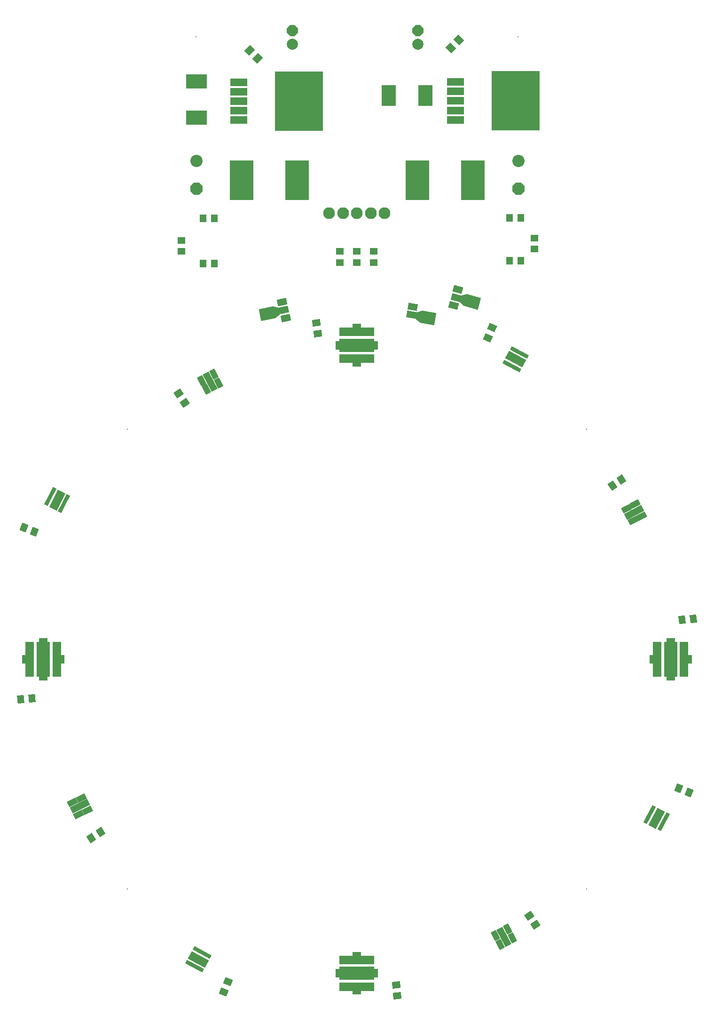
<source format=gts>
G04*
G04 #@! TF.GenerationSoftware,Altium Limited,Altium Designer,19.1.5 (86)*
G04*
G04 Layer_Color=8388736*
%FSLAX44Y44*%
%MOMM*%
G71*
G01*
G75*
G04:AMPARAMS|DCode=18|XSize=1.2032mm|YSize=2.0032mm|CornerRadius=0mm|HoleSize=0mm|Usage=FLASHONLY|Rotation=80.000|XOffset=0mm|YOffset=0mm|HoleType=Round|Shape=Rectangle|*
%AMROTATEDRECTD18*
4,1,4,0.8819,-0.7664,-1.0909,-0.4185,-0.8819,0.7664,1.0909,0.4185,0.8819,-0.7664,0.0*
%
%ADD18ROTATEDRECTD18*%

G04:AMPARAMS|DCode=19|XSize=1.0532mm|YSize=1.7232mm|CornerRadius=0mm|HoleSize=0mm|Usage=FLASHONLY|Rotation=298.000|XOffset=0mm|YOffset=0mm|HoleType=Round|Shape=Rectangle|*
%AMROTATEDRECTD19*
4,1,4,-1.0080,0.0605,0.5135,0.8695,1.0080,-0.0605,-0.5135,-0.8695,-1.0080,0.0605,0.0*
%
%ADD19ROTATEDRECTD19*%

G04:AMPARAMS|DCode=20|XSize=1.2032mm|YSize=3.4832mm|CornerRadius=0mm|HoleSize=0mm|Usage=FLASHONLY|Rotation=298.000|XOffset=0mm|YOffset=0mm|HoleType=Round|Shape=Rectangle|*
%AMROTATEDRECTD20*
4,1,4,-1.8202,-0.2864,1.2553,1.3488,1.8202,0.2864,-1.2553,-1.3488,-1.8202,-0.2864,0.0*
%
%ADD20ROTATEDRECTD20*%

G04:AMPARAMS|DCode=21|XSize=1.0532mm|YSize=1.7232mm|CornerRadius=0mm|HoleSize=0mm|Usage=FLASHONLY|Rotation=208.000|XOffset=0mm|YOffset=0mm|HoleType=Round|Shape=Rectangle|*
%AMROTATEDRECTD21*
4,1,4,0.0605,1.0080,0.8695,-0.5135,-0.0605,-1.0080,-0.8695,0.5135,0.0605,1.0080,0.0*
%
%ADD21ROTATEDRECTD21*%

G04:AMPARAMS|DCode=22|XSize=1.2032mm|YSize=3.4832mm|CornerRadius=0mm|HoleSize=0mm|Usage=FLASHONLY|Rotation=208.000|XOffset=0mm|YOffset=0mm|HoleType=Round|Shape=Rectangle|*
%AMROTATEDRECTD22*
4,1,4,-0.2864,1.8202,1.3488,-1.2553,0.2864,-1.8202,-1.3488,1.2553,-0.2864,1.8202,0.0*
%
%ADD22ROTATEDRECTD22*%

G04:AMPARAMS|DCode=23|XSize=1.0532mm|YSize=1.7232mm|CornerRadius=0mm|HoleSize=0mm|Usage=FLASHONLY|Rotation=116.500|XOffset=0mm|YOffset=0mm|HoleType=Round|Shape=Rectangle|*
%AMROTATEDRECTD23*
4,1,4,1.0060,-0.0868,-0.5361,-0.8557,-1.0060,0.0868,0.5361,0.8557,1.0060,-0.0868,0.0*
%
%ADD23ROTATEDRECTD23*%

G04:AMPARAMS|DCode=24|XSize=1.2032mm|YSize=3.4832mm|CornerRadius=0mm|HoleSize=0mm|Usage=FLASHONLY|Rotation=116.500|XOffset=0mm|YOffset=0mm|HoleType=Round|Shape=Rectangle|*
%AMROTATEDRECTD24*
4,1,4,1.8271,0.2387,-1.2902,-1.3155,-1.8271,-0.2387,1.2902,1.3155,1.8271,0.2387,0.0*
%
%ADD24ROTATEDRECTD24*%

%ADD25C,1.2032*%
G04:AMPARAMS|DCode=26|XSize=0.7032mm|YSize=3.5032mm|CornerRadius=0mm|HoleSize=0mm|Usage=FLASHONLY|Rotation=242.000|XOffset=0mm|YOffset=0mm|HoleType=Round|Shape=Rectangle|*
%AMROTATEDRECTD26*
4,1,4,-1.3815,1.1328,1.7116,-0.5119,1.3815,-1.1328,-1.7116,0.5119,-1.3815,1.1328,0.0*
%
%ADD26ROTATEDRECTD26*%

G04:AMPARAMS|DCode=27|XSize=0.7032mm|YSize=3.5032mm|CornerRadius=0mm|HoleSize=0mm|Usage=FLASHONLY|Rotation=152.000|XOffset=0mm|YOffset=0mm|HoleType=Round|Shape=Rectangle|*
%AMROTATEDRECTD27*
4,1,4,1.1328,1.3815,-0.5119,-1.7116,-1.1328,-1.3815,0.5119,1.7116,1.1328,1.3815,0.0*
%
%ADD27ROTATEDRECTD27*%

G04:AMPARAMS|DCode=28|XSize=0.7032mm|YSize=3.5032mm|CornerRadius=0mm|HoleSize=0mm|Usage=FLASHONLY|Rotation=241.500|XOffset=0mm|YOffset=0mm|HoleType=Round|Shape=Rectangle|*
%AMROTATEDRECTD28*
4,1,4,-1.3716,1.1448,1.7071,-0.5268,1.3716,-1.1448,-1.7071,0.5268,-1.3716,1.1448,0.0*
%
%ADD28ROTATEDRECTD28*%

G04:AMPARAMS|DCode=29|XSize=0.7032mm|YSize=3.5032mm|CornerRadius=0mm|HoleSize=0mm|Usage=FLASHONLY|Rotation=333.000|XOffset=0mm|YOffset=0mm|HoleType=Round|Shape=Rectangle|*
%AMROTATEDRECTD29*
4,1,4,-1.1085,-1.4011,0.4819,1.7203,1.1085,1.4011,-0.4819,-1.7203,-1.1085,-1.4011,0.0*
%
%ADD29ROTATEDRECTD29*%

%ADD30R,4.2032X7.2032*%
%ADD31R,8.7032X10.7032*%
%ADD32R,3.0532X1.4032*%
G04:AMPARAMS|DCode=33|XSize=1.2032mm|YSize=1.7032mm|CornerRadius=0mm|HoleSize=0mm|Usage=FLASHONLY|Rotation=75.000|XOffset=0mm|YOffset=0mm|HoleType=Round|Shape=Rectangle|*
%AMROTATEDRECTD33*
4,1,4,0.6669,-0.8015,-0.9783,-0.3607,-0.6669,0.8015,0.9783,0.3607,0.6669,-0.8015,0.0*
%
%ADD33ROTATEDRECTD33*%

G04:AMPARAMS|DCode=34|XSize=1.2032mm|YSize=2.0032mm|CornerRadius=0mm|HoleSize=0mm|Usage=FLASHONLY|Rotation=75.000|XOffset=0mm|YOffset=0mm|HoleType=Round|Shape=Rectangle|*
%AMROTATEDRECTD34*
4,1,4,0.8118,-0.8403,-1.1232,-0.3219,-0.8118,0.8403,1.1232,0.3219,0.8118,-0.8403,0.0*
%
%ADD34ROTATEDRECTD34*%

G04:AMPARAMS|DCode=35|XSize=1.2032mm|YSize=1.7032mm|CornerRadius=0mm|HoleSize=0mm|Usage=FLASHONLY|Rotation=282.000|XOffset=0mm|YOffset=0mm|HoleType=Round|Shape=Rectangle|*
%AMROTATEDRECTD35*
4,1,4,-0.9581,0.4114,0.7079,0.7655,0.9581,-0.4114,-0.7079,-0.7655,-0.9581,0.4114,0.0*
%
%ADD35ROTATEDRECTD35*%

G04:AMPARAMS|DCode=36|XSize=1.2032mm|YSize=2.0032mm|CornerRadius=0mm|HoleSize=0mm|Usage=FLASHONLY|Rotation=282.000|XOffset=0mm|YOffset=0mm|HoleType=Round|Shape=Rectangle|*
%AMROTATEDRECTD36*
4,1,4,-1.1048,0.3802,0.8546,0.7967,1.1048,-0.3802,-0.8546,-0.7967,-1.1048,0.3802,0.0*
%
%ADD36ROTATEDRECTD36*%

G04:AMPARAMS|DCode=37|XSize=1.2032mm|YSize=1.7032mm|CornerRadius=0mm|HoleSize=0mm|Usage=FLASHONLY|Rotation=80.000|XOffset=0mm|YOffset=0mm|HoleType=Round|Shape=Rectangle|*
%AMROTATEDRECTD37*
4,1,4,0.7342,-0.7403,-0.9431,-0.4446,-0.7342,0.7403,0.9431,0.4446,0.7342,-0.7403,0.0*
%
%ADD37ROTATEDRECTD37*%

G04:AMPARAMS|DCode=38|XSize=1.4532mm|YSize=1.2032mm|CornerRadius=0mm|HoleSize=0mm|Usage=FLASHONLY|Rotation=303.000|XOffset=0mm|YOffset=0mm|HoleType=Round|Shape=Rectangle|*
%AMROTATEDRECTD38*
4,1,4,-0.9003,0.2817,0.1088,0.9370,0.9003,-0.2817,-0.1088,-0.9370,-0.9003,0.2817,0.0*
%
%ADD38ROTATEDRECTD38*%

G04:AMPARAMS|DCode=39|XSize=1.4532mm|YSize=1.2032mm|CornerRadius=0mm|HoleSize=0mm|Usage=FLASHONLY|Rotation=338.000|XOffset=0mm|YOffset=0mm|HoleType=Round|Shape=Rectangle|*
%AMROTATEDRECTD39*
4,1,4,-0.8991,-0.2856,-0.4483,0.8300,0.8991,0.2856,0.4483,-0.8300,-0.8991,-0.2856,0.0*
%
%ADD39ROTATEDRECTD39*%

G04:AMPARAMS|DCode=40|XSize=1.4532mm|YSize=1.2032mm|CornerRadius=0mm|HoleSize=0mm|Usage=FLASHONLY|Rotation=186.000|XOffset=0mm|YOffset=0mm|HoleType=Round|Shape=Rectangle|*
%AMROTATEDRECTD40*
4,1,4,0.6597,0.6743,0.7855,-0.5224,-0.6597,-0.6743,-0.7855,0.5224,0.6597,0.6743,0.0*
%
%ADD40ROTATEDRECTD40*%

G04:AMPARAMS|DCode=41|XSize=1.4532mm|YSize=1.2032mm|CornerRadius=0mm|HoleSize=0mm|Usage=FLASHONLY|Rotation=34.000|XOffset=0mm|YOffset=0mm|HoleType=Round|Shape=Rectangle|*
%AMROTATEDRECTD41*
4,1,4,-0.2660,-0.9051,-0.9388,0.0924,0.2660,0.9051,0.9388,-0.0924,-0.2660,-0.9051,0.0*
%
%ADD41ROTATEDRECTD41*%

G04:AMPARAMS|DCode=42|XSize=1.4532mm|YSize=1.2032mm|CornerRadius=0mm|HoleSize=0mm|Usage=FLASHONLY|Rotation=68.000|XOffset=0mm|YOffset=0mm|HoleType=Round|Shape=Rectangle|*
%AMROTATEDRECTD42*
4,1,4,0.2856,-0.8991,-0.8300,-0.4483,-0.2856,0.8991,0.8300,0.4483,0.2856,-0.8991,0.0*
%
%ADD42ROTATEDRECTD42*%

G04:AMPARAMS|DCode=43|XSize=1.4532mm|YSize=1.2032mm|CornerRadius=0mm|HoleSize=0mm|Usage=FLASHONLY|Rotation=277.000|XOffset=0mm|YOffset=0mm|HoleType=Round|Shape=Rectangle|*
%AMROTATEDRECTD43*
4,1,4,-0.6857,0.6479,0.5086,0.7945,0.6857,-0.6479,-0.5086,-0.7945,-0.6857,0.6479,0.0*
%
%ADD43ROTATEDRECTD43*%

G04:AMPARAMS|DCode=44|XSize=1.4532mm|YSize=1.2032mm|CornerRadius=0mm|HoleSize=0mm|Usage=FLASHONLY|Rotation=124.500|XOffset=0mm|YOffset=0mm|HoleType=Round|Shape=Rectangle|*
%AMROTATEDRECTD44*
4,1,4,0.9073,-0.2581,-0.0842,-0.9396,-0.9073,0.2581,0.0842,0.9396,0.9073,-0.2581,0.0*
%
%ADD44ROTATEDRECTD44*%

G04:AMPARAMS|DCode=45|XSize=1.4532mm|YSize=1.2032mm|CornerRadius=0mm|HoleSize=0mm|Usage=FLASHONLY|Rotation=7.500|XOffset=0mm|YOffset=0mm|HoleType=Round|Shape=Rectangle|*
%AMROTATEDRECTD45*
4,1,4,-0.6419,-0.6913,-0.7989,0.5016,0.6419,0.6913,0.7989,-0.5016,-0.6419,-0.6913,0.0*
%
%ADD45ROTATEDRECTD45*%

G04:AMPARAMS|DCode=46|XSize=1.4532mm|YSize=1.2032mm|CornerRadius=0mm|HoleSize=0mm|Usage=FLASHONLY|Rotation=95.000|XOffset=0mm|YOffset=0mm|HoleType=Round|Shape=Rectangle|*
%AMROTATEDRECTD46*
4,1,4,0.6626,-0.6714,-0.5360,-0.7763,-0.6626,0.6714,0.5360,0.7763,0.6626,-0.6714,0.0*
%
%ADD46ROTATEDRECTD46*%

G04:AMPARAMS|DCode=47|XSize=1.4532mm|YSize=1.2032mm|CornerRadius=0mm|HoleSize=0mm|Usage=FLASHONLY|Rotation=156.000|XOffset=0mm|YOffset=0mm|HoleType=Round|Shape=Rectangle|*
%AMROTATEDRECTD47*
4,1,4,0.9085,0.2541,0.4191,-0.8451,-0.9085,-0.2541,-0.4191,0.8451,0.9085,0.2541,0.0*
%
%ADD47ROTATEDRECTD47*%

G04:AMPARAMS|DCode=48|XSize=1.4532mm|YSize=1.2032mm|CornerRadius=0mm|HoleSize=0mm|Usage=FLASHONLY|Rotation=225.000|XOffset=0mm|YOffset=0mm|HoleType=Round|Shape=Rectangle|*
%AMROTATEDRECTD48*
4,1,4,0.0884,0.9392,0.9392,0.0884,-0.0884,-0.9392,-0.9392,-0.0884,0.0884,0.9392,0.0*
%
%ADD48ROTATEDRECTD48*%

%ADD49R,1.4532X1.2032*%
%ADD50R,3.7032X2.6032*%
%ADD51R,1.2032X1.4532*%
%ADD52R,2.6032X3.7032*%
G04:AMPARAMS|DCode=53|XSize=1.4532mm|YSize=1.2032mm|CornerRadius=0mm|HoleSize=0mm|Usage=FLASHONLY|Rotation=315.000|XOffset=0mm|YOffset=0mm|HoleType=Round|Shape=Rectangle|*
%AMROTATEDRECTD53*
4,1,4,-0.9392,0.0884,-0.0884,0.9392,0.9392,-0.0884,0.0884,-0.9392,-0.9392,0.0884,0.0*
%
%ADD53ROTATEDRECTD53*%

%ADD54R,6.3832X1.5432*%
%ADD55R,1.6032X0.9982*%
%ADD56R,1.6032X1.1982*%
%ADD57R,0.8732X1.6032*%
%ADD58R,6.3832X2.4032*%
%ADD59R,1.5432X6.3832*%
%ADD60R,0.9982X1.6032*%
%ADD61R,1.1982X1.6032*%
%ADD62R,1.6032X0.8732*%
%ADD63R,2.4032X6.3832*%
G04:AMPARAMS|DCode=64|XSize=1.5032mm|YSize=3.5032mm|CornerRadius=0mm|HoleSize=0mm|Usage=FLASHONLY|Rotation=242.000|XOffset=0mm|YOffset=0mm|HoleType=Round|Shape=Rectangle|*
%AMROTATEDRECTD64*
4,1,4,-1.1937,1.4860,1.8994,-0.1587,1.1937,-1.4860,-1.8994,0.1587,-1.1937,1.4860,0.0*
%
%ADD64ROTATEDRECTD64*%

G04:AMPARAMS|DCode=65|XSize=1.5032mm|YSize=3.5032mm|CornerRadius=0mm|HoleSize=0mm|Usage=FLASHONLY|Rotation=152.000|XOffset=0mm|YOffset=0mm|HoleType=Round|Shape=Rectangle|*
%AMROTATEDRECTD65*
4,1,4,1.4860,1.1937,-0.1587,-1.8994,-1.4860,-1.1937,0.1587,1.8994,1.4860,1.1937,0.0*
%
%ADD65ROTATEDRECTD65*%

G04:AMPARAMS|DCode=66|XSize=1.5032mm|YSize=3.5032mm|CornerRadius=0mm|HoleSize=0mm|Usage=FLASHONLY|Rotation=333.000|XOffset=0mm|YOffset=0mm|HoleType=Round|Shape=Rectangle|*
%AMROTATEDRECTD66*
4,1,4,-1.4649,-1.2195,0.1255,1.9019,1.4649,1.2195,-0.1255,-1.9019,-1.4649,-1.2195,0.0*
%
%ADD66ROTATEDRECTD66*%

%ADD67C,2.1032*%
%ADD68C,2.0032*%
%ADD69P,2.1683X8X292.5*%
%ADD70P,2.3848X8X112.5*%
%ADD71C,2.2032*%
%ADD72C,0.2032*%
G36*
X1048716Y1455298D02*
X1048724Y1455298D01*
X1048782Y1455292D01*
X1048840Y1455286D01*
X1048848Y1455284D01*
X1048857Y1455283D01*
X1048913Y1455269D01*
X1048970Y1455255D01*
X1058812Y1452235D01*
X1058820Y1452232D01*
X1058828Y1452230D01*
X1058883Y1452209D01*
X1058937Y1452188D01*
X1058944Y1452184D01*
X1058952Y1452181D01*
X1059003Y1452152D01*
X1059054Y1452125D01*
X1059061Y1452120D01*
X1059068Y1452116D01*
X1059115Y1452081D01*
X1059162Y1452047D01*
X1059168Y1452041D01*
X1059175Y1452036D01*
X1059217Y1451996D01*
X1059259Y1451956D01*
X1059264Y1451949D01*
X1059270Y1451943D01*
X1059307Y1451897D01*
X1059343Y1451852D01*
X1059348Y1451845D01*
X1059353Y1451839D01*
X1059383Y1451788D01*
X1059413Y1451739D01*
X1059417Y1451732D01*
X1059421Y1451724D01*
X1059445Y1451670D01*
X1059468Y1451618D01*
X1059470Y1451610D01*
X1059474Y1451602D01*
X1059490Y1451545D01*
X1059506Y1451490D01*
X1059507Y1451482D01*
X1059510Y1451474D01*
X1061589Y1441692D01*
X1061590Y1441684D01*
X1061592Y1441676D01*
X1061600Y1441618D01*
X1061608Y1441560D01*
X1061608Y1441552D01*
X1061609Y1441544D01*
X1061609Y1441485D01*
X1061610Y1441427D01*
X1061609Y1441419D01*
X1061609Y1441410D01*
X1061601Y1441353D01*
X1061594Y1441295D01*
X1061592Y1441287D01*
X1061591Y1441278D01*
X1061576Y1441222D01*
X1061561Y1441166D01*
X1061558Y1441158D01*
X1061556Y1441150D01*
X1061534Y1441096D01*
X1061512Y1441042D01*
X1061508Y1441035D01*
X1061505Y1441027D01*
X1061475Y1440977D01*
X1061447Y1440926D01*
X1061442Y1440919D01*
X1061438Y1440912D01*
X1061402Y1440865D01*
X1061367Y1440819D01*
X1061361Y1440813D01*
X1061356Y1440806D01*
X1061314Y1440765D01*
X1061274Y1440724D01*
X1061268Y1440719D01*
X1061262Y1440713D01*
X1053498Y1433951D01*
X1053452Y1433916D01*
X1053406Y1433880D01*
X1053399Y1433876D01*
X1053392Y1433871D01*
X1053342Y1433842D01*
X1053292Y1433812D01*
X1053284Y1433809D01*
X1053277Y1433804D01*
X1053222Y1433782D01*
X1053169Y1433759D01*
X1053161Y1433757D01*
X1053154Y1433754D01*
X1053097Y1433739D01*
X1053041Y1433723D01*
X1028587Y1428524D01*
X1028455Y1428505D01*
X1028322Y1428504D01*
D01*
X1028322D01*
X1028189Y1428519D01*
X1028124Y1428536D01*
X1028060Y1428552D01*
X1027937Y1428601D01*
X1027937Y1428602D01*
X1027937D01*
X1027923Y1428609D01*
X1027821Y1428667D01*
X1027714Y1428746D01*
X1027618Y1428839D01*
X1027536Y1428944D01*
X1027483Y1429034D01*
X1027468Y1429058D01*
X1027449Y1429102D01*
X1027415Y1429180D01*
X1027379Y1429309D01*
X1027379Y1429309D01*
X1023222Y1448872D01*
X1023222Y1448872D01*
X1023203Y1449004D01*
X1023201Y1449137D01*
D01*
Y1449137D01*
X1023216Y1449269D01*
X1023228Y1449313D01*
X1023249Y1449398D01*
X1023299Y1449522D01*
X1023364Y1449638D01*
X1023443Y1449745D01*
X1023536Y1449841D01*
X1023641Y1449923D01*
X1023755Y1449991D01*
X1023878Y1450044D01*
X1024006Y1450080D01*
X1048459Y1455278D01*
X1048517Y1455286D01*
X1048575Y1455295D01*
X1048583Y1455296D01*
X1048591Y1455297D01*
X1048649Y1455298D01*
X1048708Y1455299D01*
X1048716Y1455298D01*
D02*
G37*
G36*
X1317539Y1447364D02*
X1317547Y1447364D01*
X1317605Y1447357D01*
X1317663Y1447350D01*
X1342284Y1443010D01*
X1342284Y1443010D01*
X1342347Y1442994D01*
X1342413Y1442978D01*
X1342537Y1442930D01*
X1342629Y1442879D01*
X1342654Y1442866D01*
X1342704Y1442829D01*
X1342762Y1442787D01*
X1342858Y1442695D01*
D01*
X1342858Y1442695D01*
X1342891Y1442654D01*
X1342941Y1442591D01*
X1343010Y1442477D01*
X1343049Y1442388D01*
X1343064Y1442355D01*
X1343076Y1442314D01*
X1343101Y1442227D01*
X1343121Y1442096D01*
X1343124Y1441963D01*
D01*
Y1441962D01*
X1343110Y1441830D01*
X1339636Y1422134D01*
X1339628Y1422102D01*
X1339604Y1422005D01*
X1339556Y1421880D01*
X1339492Y1421764D01*
X1339413Y1421656D01*
X1339321Y1421560D01*
D01*
X1339321Y1421560D01*
X1339217Y1421477D01*
X1339144Y1421432D01*
X1339104Y1421408D01*
X1339104Y1421408D01*
X1339103D01*
X1338981Y1421354D01*
X1338911Y1421333D01*
X1338854Y1421317D01*
X1338722Y1421296D01*
X1338589Y1421293D01*
D01*
X1338589D01*
X1338457Y1421308D01*
X1338456Y1421308D01*
X1313837Y1425649D01*
X1313780Y1425663D01*
X1313723Y1425676D01*
X1313715Y1425679D01*
X1313707Y1425681D01*
X1313653Y1425702D01*
X1313598Y1425722D01*
X1313591Y1425726D01*
X1313583Y1425729D01*
X1313531Y1425757D01*
X1313480Y1425784D01*
X1313474Y1425789D01*
X1313466Y1425793D01*
X1313419Y1425828D01*
X1313372Y1425861D01*
X1305377Y1432348D01*
X1305371Y1432354D01*
X1305364Y1432359D01*
X1305322Y1432399D01*
X1305279Y1432439D01*
X1305274Y1432445D01*
X1305268Y1432451D01*
X1305231Y1432497D01*
X1305194Y1432541D01*
X1305190Y1432548D01*
X1305184Y1432555D01*
X1305154Y1432605D01*
X1305123Y1432654D01*
X1305120Y1432661D01*
X1305115Y1432669D01*
X1305092Y1432722D01*
X1305067Y1432775D01*
X1305065Y1432783D01*
X1305062Y1432791D01*
X1305045Y1432847D01*
X1305028Y1432902D01*
X1305027Y1432910D01*
X1305024Y1432918D01*
X1305015Y1432977D01*
X1305006Y1433033D01*
X1305005Y1433042D01*
X1305004Y1433050D01*
X1305003Y1433109D01*
X1305001Y1433167D01*
X1305001Y1433175D01*
X1305001Y1433183D01*
X1305008Y1433242D01*
X1305013Y1433299D01*
X1305015Y1433307D01*
X1305016Y1433316D01*
X1306752Y1443164D01*
X1306754Y1443172D01*
X1306755Y1443180D01*
X1306770Y1443235D01*
X1306784Y1443293D01*
X1306787Y1443301D01*
X1306789Y1443309D01*
X1306811Y1443362D01*
X1306832Y1443417D01*
X1306836Y1443425D01*
X1306839Y1443432D01*
X1306868Y1443482D01*
X1306896Y1443534D01*
X1306901Y1443541D01*
X1306905Y1443548D01*
X1306940Y1443594D01*
X1306975Y1443641D01*
X1306981Y1443647D01*
X1306986Y1443654D01*
X1307027Y1443696D01*
X1307067Y1443737D01*
X1307074Y1443743D01*
X1307080Y1443749D01*
X1307126Y1443785D01*
X1307171Y1443821D01*
X1307178Y1443825D01*
X1307185Y1443830D01*
X1307235Y1443860D01*
X1307285Y1443890D01*
X1307292Y1443893D01*
X1307300Y1443898D01*
X1307354Y1443920D01*
X1307407Y1443944D01*
X1307415Y1443946D01*
X1307423Y1443949D01*
X1317153Y1447310D01*
X1317210Y1447325D01*
X1317265Y1447342D01*
X1317274Y1447343D01*
X1317282Y1447345D01*
X1317340Y1447353D01*
X1317397Y1447362D01*
X1317406Y1447362D01*
X1317414Y1447363D01*
X1317473Y1447364D01*
X1317530Y1447365D01*
X1317539Y1447364D01*
D02*
G37*
G36*
X1398096Y1476927D02*
X1398104Y1476927D01*
X1398163Y1476922D01*
X1398221Y1476918D01*
X1398228Y1476917D01*
X1398237Y1476916D01*
X1398295Y1476904D01*
X1398351Y1476892D01*
X1422500Y1470422D01*
X1422500Y1470422D01*
X1422596Y1470390D01*
X1422626Y1470380D01*
X1422746Y1470321D01*
D01*
X1422746Y1470321D01*
X1422857Y1470247D01*
X1422932Y1470180D01*
X1422957Y1470159D01*
X1422957Y1470159D01*
X1422957Y1470159D01*
X1422978Y1470134D01*
X1423045Y1470059D01*
X1423119Y1469948D01*
X1423119Y1469948D01*
D01*
X1423120Y1469945D01*
X1423177Y1469829D01*
X1423180Y1469822D01*
X1423220Y1469702D01*
X1423246Y1469572D01*
X1423253Y1469465D01*
X1423255Y1469439D01*
Y1469439D01*
Y1469439D01*
X1423246Y1469306D01*
X1423220Y1469175D01*
X1418043Y1449857D01*
X1418029Y1449814D01*
X1418000Y1449731D01*
X1417970Y1449670D01*
X1417941Y1449611D01*
X1417892Y1449537D01*
X1417867Y1449500D01*
X1417780Y1449400D01*
X1417780D01*
Y1449400D01*
X1417766Y1449388D01*
X1417679Y1449312D01*
X1417624Y1449275D01*
X1417569Y1449238D01*
X1417449Y1449180D01*
X1417388Y1449159D01*
X1417323Y1449137D01*
X1417193Y1449111D01*
X1417060Y1449102D01*
X1416927Y1449111D01*
X1416796Y1449137D01*
X1392648Y1455607D01*
X1392592Y1455626D01*
X1392537Y1455644D01*
X1392530Y1455647D01*
X1392522Y1455650D01*
X1392470Y1455676D01*
X1392417Y1455701D01*
X1392410Y1455705D01*
X1392402Y1455709D01*
X1392354Y1455741D01*
X1392305Y1455773D01*
X1392299Y1455778D01*
X1392292Y1455783D01*
X1392248Y1455821D01*
X1392204Y1455859D01*
X1384805Y1463018D01*
X1384799Y1463024D01*
X1384793Y1463030D01*
X1384755Y1463073D01*
X1384715Y1463117D01*
X1384710Y1463124D01*
X1384705Y1463130D01*
X1384673Y1463177D01*
X1384639Y1463226D01*
X1384635Y1463234D01*
X1384631Y1463241D01*
X1384606Y1463292D01*
X1384578Y1463345D01*
X1384576Y1463353D01*
X1384572Y1463360D01*
X1384553Y1463415D01*
X1384534Y1463470D01*
X1384532Y1463478D01*
X1384529Y1463486D01*
X1384518Y1463544D01*
X1384505Y1463600D01*
X1384505Y1463609D01*
X1384503Y1463617D01*
X1384499Y1463676D01*
X1384494Y1463733D01*
X1384495Y1463741D01*
X1384494Y1463750D01*
X1384498Y1463808D01*
X1384501Y1463866D01*
X1384503Y1463874D01*
X1384503Y1463883D01*
X1384515Y1463940D01*
X1384525Y1463997D01*
X1384527Y1464005D01*
X1384529Y1464013D01*
X1387117Y1473672D01*
X1387120Y1473681D01*
X1387122Y1473689D01*
X1387141Y1473743D01*
X1387160Y1473799D01*
X1387164Y1473806D01*
X1387167Y1473814D01*
X1387193Y1473866D01*
X1387219Y1473918D01*
X1387224Y1473925D01*
X1387227Y1473933D01*
X1387260Y1473980D01*
X1387293Y1474029D01*
X1387299Y1474035D01*
X1387303Y1474042D01*
X1387342Y1474084D01*
X1387381Y1474129D01*
X1387387Y1474135D01*
X1387393Y1474141D01*
X1387437Y1474179D01*
X1387481Y1474217D01*
X1387488Y1474221D01*
X1387494Y1474227D01*
X1387544Y1474259D01*
X1387592Y1474291D01*
X1387599Y1474294D01*
X1387606Y1474299D01*
X1387659Y1474324D01*
X1387711Y1474350D01*
X1387719Y1474352D01*
X1387727Y1474356D01*
X1387782Y1474374D01*
X1387837Y1474393D01*
X1387845Y1474394D01*
X1387854Y1474397D01*
X1397840Y1476897D01*
X1397898Y1476907D01*
X1397955Y1476918D01*
X1397963Y1476919D01*
X1397971Y1476920D01*
X1398030Y1476923D01*
X1398088Y1476927D01*
X1398096Y1476927D01*
D02*
G37*
D18*
X1299993Y1439278D02*
D03*
D19*
X1685683Y1091192D02*
D03*
X1701311Y1099502D02*
D03*
X1712907Y1077693D02*
D03*
X1697278Y1069383D02*
D03*
D20*
X1699294Y1084443D02*
D03*
D21*
X1449451Y322757D02*
D03*
X1457760Y307129D02*
D03*
X1479569Y318725D02*
D03*
X1471259Y334353D02*
D03*
X950777Y1317147D02*
D03*
X942604Y1332847D02*
D03*
X920694Y1321442D02*
D03*
X928867Y1305742D02*
D03*
D22*
X1464510Y320741D02*
D03*
X935735Y1319294D02*
D03*
D23*
X714172Y548386D02*
D03*
X698332Y540489D02*
D03*
X687310Y562594D02*
D03*
X703151Y570491D02*
D03*
D24*
X700741Y555490D02*
D03*
D25*
X1200000Y1360000D02*
D03*
Y1410000D02*
D03*
X1740000Y819817D02*
D03*
X1790000D02*
D03*
X1200000Y280000D02*
D03*
Y230000D02*
D03*
X660000Y819817D02*
D03*
X610000D02*
D03*
X1703750Y1086750D02*
D03*
X1466500Y317000D02*
D03*
X695500Y553000D02*
D03*
X933000Y1324500D02*
D03*
X1224250Y1384750D02*
D03*
X1176000D02*
D03*
X1209750Y1385000D02*
D03*
X1190750D02*
D03*
X1514000Y1847000D02*
D03*
Y1787000D02*
D03*
Y1802000D02*
D03*
Y1862000D02*
D03*
Y1817000D02*
D03*
Y1832000D02*
D03*
X1481000Y1862000D02*
D03*
X1496000D02*
D03*
X1466000D02*
D03*
X1466000Y1787000D02*
D03*
X1496000D02*
D03*
X1481000D02*
D03*
X1094000Y1786000D02*
D03*
X1109000D02*
D03*
X1079000D02*
D03*
X1079000Y1861000D02*
D03*
X1109000D02*
D03*
X1094000D02*
D03*
X1127000Y1831000D02*
D03*
Y1816000D02*
D03*
Y1861000D02*
D03*
Y1801000D02*
D03*
Y1786000D02*
D03*
Y1846000D02*
D03*
D26*
X1492525Y1372317D02*
D03*
X1479380Y1347594D02*
D03*
X907408Y267719D02*
D03*
D27*
X1752281Y527408D02*
D03*
X1727559Y540553D02*
D03*
D28*
X920768Y292325D02*
D03*
D29*
X647683Y1112525D02*
D03*
X672631Y1099813D02*
D03*
D30*
X1408750Y1682000D02*
D03*
X1308750D02*
D03*
X992065Y1681750D02*
D03*
X1092065D02*
D03*
D31*
X1486220Y1824500D02*
D03*
X1095720Y1824000D02*
D03*
D32*
X1377500Y1790300D02*
D03*
Y1807400D02*
D03*
Y1841600D02*
D03*
Y1858700D02*
D03*
Y1824500D02*
D03*
X987000Y1789800D02*
D03*
Y1806900D02*
D03*
Y1841100D02*
D03*
Y1858200D02*
D03*
Y1824000D02*
D03*
D33*
X1381996Y1485398D02*
D03*
X1374231Y1456420D02*
D03*
D34*
X1380045Y1470391D02*
D03*
D35*
X1071475Y1433570D02*
D03*
X1065238Y1462915D02*
D03*
D36*
X1066400Y1447827D02*
D03*
D37*
X1300628Y1454398D02*
D03*
D38*
X737887Y509446D02*
D03*
X721113Y498554D02*
D03*
X1676491Y1143414D02*
D03*
D39*
X960250Y221000D02*
D03*
X967742Y239544D02*
D03*
D40*
X1272703Y214350D02*
D03*
X1270613Y234241D02*
D03*
D41*
X1510408Y358790D02*
D03*
X1521592Y342210D02*
D03*
X889592Y1281710D02*
D03*
X878408Y1298290D02*
D03*
D42*
X1798500Y580500D02*
D03*
X1779956Y587992D02*
D03*
X600500Y1057250D02*
D03*
X619044Y1049758D02*
D03*
D43*
X1805610Y893050D02*
D03*
X1785759Y890613D02*
D03*
D44*
X1660009Y1132086D02*
D03*
D45*
X1126777Y1425588D02*
D03*
X1129387Y1405759D02*
D03*
D46*
X594317Y747644D02*
D03*
X614241Y749387D02*
D03*
D47*
X1443789Y1416871D02*
D03*
X1435654Y1398600D02*
D03*
D48*
X1006858Y1915142D02*
D03*
X1021000Y1901000D02*
D03*
D49*
X1230000Y1554000D02*
D03*
Y1534000D02*
D03*
X1169000Y1554000D02*
D03*
Y1534000D02*
D03*
X1200000Y1554000D02*
D03*
Y1534000D02*
D03*
X884000Y1573750D02*
D03*
Y1553750D02*
D03*
X1520000Y1578000D02*
D03*
Y1558000D02*
D03*
D50*
X911000Y1860000D02*
D03*
Y1794000D02*
D03*
D51*
X923000Y1531750D02*
D03*
X943000D02*
D03*
Y1613000D02*
D03*
X923000D02*
D03*
X1495250Y1537250D02*
D03*
X1475250D02*
D03*
X1475250Y1613750D02*
D03*
X1495250D02*
D03*
D52*
X1257500Y1834000D02*
D03*
X1323500D02*
D03*
D53*
X1368858Y1919858D02*
D03*
X1383000Y1934000D02*
D03*
D54*
X1200000Y1409200D02*
D03*
X1200000Y1360800D02*
D03*
X1200000Y230800D02*
D03*
X1200000Y279200D02*
D03*
D55*
X1200000Y1418225D02*
D03*
Y221775D02*
D03*
D56*
X1200000Y1352775D02*
D03*
X1200000Y287225D02*
D03*
D57*
X1166150Y1385000D02*
D03*
X1233850Y1385000D02*
D03*
Y255000D02*
D03*
X1166150Y255000D02*
D03*
D58*
X1200000Y1385000D02*
D03*
X1200000Y255000D02*
D03*
D59*
X1789200Y819817D02*
D03*
X1740800D02*
D03*
X610800D02*
D03*
X659200D02*
D03*
D60*
X1798225D02*
D03*
X601775D02*
D03*
D61*
X1732775D02*
D03*
X667225D02*
D03*
D62*
X1765000Y853667D02*
D03*
Y785967D02*
D03*
X635000Y785967D02*
D03*
Y853667D02*
D03*
D63*
X1765000Y819817D02*
D03*
X635000D02*
D03*
D64*
X1485953Y1359956D02*
D03*
X914088Y280022D02*
D03*
D65*
X1739920Y533980D02*
D03*
D66*
X660157Y1106169D02*
D03*
D67*
X1200000Y1622500D02*
D03*
X1250000D02*
D03*
X1225000D02*
D03*
X1150000D02*
D03*
X1175000D02*
D03*
D68*
X1309500Y1926250D02*
D03*
X1084000Y1926250D02*
D03*
D69*
X1309500Y1951250D02*
D03*
X1084000Y1951250D02*
D03*
D70*
X1490750Y1666500D02*
D03*
X911000D02*
D03*
D71*
X1490750Y1716500D02*
D03*
X911000D02*
D03*
D72*
X786340Y1233525D02*
D03*
Y406475D02*
D03*
X1613660D02*
D03*
Y1233525D02*
D03*
X1490000Y1940000D02*
D03*
X910000D02*
D03*
M02*

</source>
